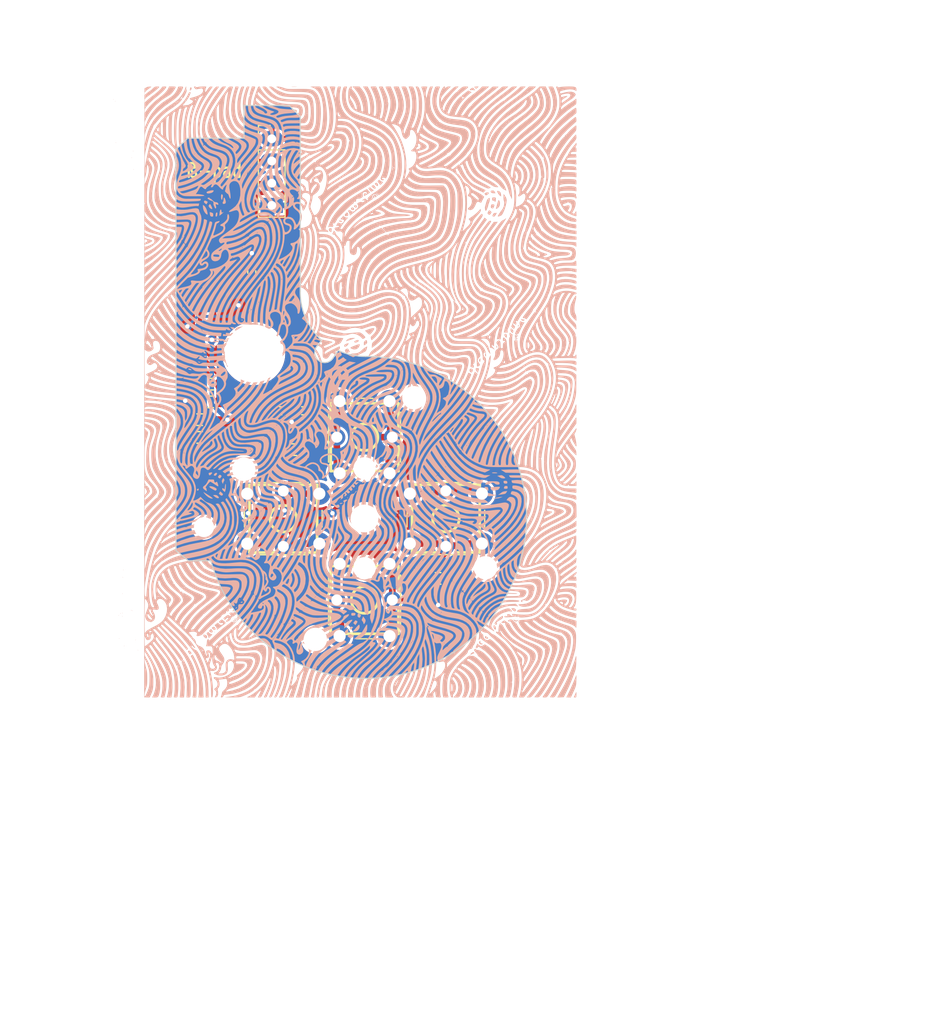
<source format=kicad_pcb>
(kicad_pcb (version 20221018) (generator pcbnew)
  (layers (0 "F.Cu" signal) (31 "B.Cu" signal) (34 "B.Paste" user) (35 "F.Paste" user) (36 "B.SilkS" user "B.Silkscreen") (37 "F.SilkS" user "F.Silkscreen") (38 "B.Mask" user) (39 "F.Mask" user) (44 "Edge.Cuts" user))
  (net 0 "")
  (net 1 "GND")
  (net 2 "/C_y")
  (net 3 "/C_x")
  (net 4 "VCC")
  (net 5 "Net-(R2-Pad1)")
  (net 6 "Net-(R1-Pad1)")
  (footprint "PhobGCC_2_0_0_footprints:C_0402_1005Metric" (layer "F.Cu") (at 128.8 100.5)
    (fp_text reference "C2" hide)
    (fp_text value "100n")
    (pad "1" smd roundrect (at -0.48 0) (size 0.56 0.62) (layers "F.Cu" "F.Paste" "F.Mask") (net 2 "/C_y"))
    (pad "2" smd roundrect (at 0.48 0) (size 0.56 0.62) (layers "F.Cu" "F.Paste" "F.Mask") (net 1 "GND"))
  )
  (footprint "PhobGCC_2_0_0_footprints:MountingHole_2.0mm" (layer "F.Cu") (at 136.37 114.68 90)
    (fp_text reference "H12" hide)
    (fp_text value "MountingHole")
    (pad "" np_thru_hole circle (at 0 0 90) (size 2 2) (drill 2) (layers "F&B.Cu" "*.Mask"))
  )
  (footprint "Button_Switch_THT:SW_PUSH_6mm" (layer "F.Cu") (at 134.12 106.13 90)
    (fp_text reference "REF**" hide)
    (fp_text value "SW_PUSH_6mm")
    (pad "1" thru_hole circle (at 0 0 180) (size 2 2) (drill 1.1) (layers "*.Cu" "*.Mask"))
    (pad "1" thru_hole circle (at 6.5 0 180) (size 2 2) (drill 1.1) (layers "*.Cu" "*.Mask"))
    (pad "2" thru_hole circle (at 0 4.5 180) (size 2 2) (drill 1.1) (layers "*.Cu" "*.Mask"))
    (pad "2" thru_hole circle (at 6.5 4.5 180) (size 2 2) (drill 1.1) (layers "*.Cu" "*.Mask"))
  )
  (footprint "PhobGCC_2_0_0_footprints:C_0402_1005Metric" (layer "F.Cu") (at 130.8 100.5 180)
    (fp_text reference "C3" hide)
    (fp_text value "100n")
    (pad "1" smd roundrect (at -0.48 0 180) (size 0.56 0.62) (layers "F.Cu" "F.Paste" "F.Mask") (net 3 "/C_x"))
    (pad "2" smd roundrect (at 0.48 0 180) (size 0.56 0.62) (layers "F.Cu" "F.Paste" "F.Mask") (net 1 "GND"))
  )
  (footprint "Resistor_SMD:R_0603_1608Metric_Pad0.98x0.95mm_HandSolder" (layer "F.Cu") (at 122.5 99.7 180)
    (fp_text reference "R8" hide)
    (fp_text value "5.6k")
    (pad "1" smd roundrect (at -0.9125 0 180) (size 0.975 0.95) (layers "F.Cu" "F.Paste" "F.Mask") (net 3 "/C_x"))
    (pad "2" smd roundrect (at 0.9125 0 180) (size 0.975 0.95) (layers "F.Cu" "F.Paste" "F.Mask") (net 1 "GND"))
  )
  (footprint "Resistor_SMD:R_0603_1608Metric_Pad0.98x0.95mm_HandSolder" (layer "F.Cu") (at 122.5 98.1)
    (fp_text reference "R7" hide)
    (fp_text value "5.6k")
    (pad "1" smd roundrect (at -0.9125 0) (size 0.975 0.95) (layers "F.Cu" "F.Paste" "F.Mask") (net 4 "VCC"))
    (pad "2" smd roundrect (at 0.9125 0) (size 0.975 0.95) (layers "F.Cu" "F.Paste" "F.Mask") (net 3 "/C_x"))
  )
  (footprint "easyeda2kicad:SW-TH_L6.2-W6.2-P5.00" (layer "F.Cu") (at 143.7 110.21 90)
    (fp_text reference "SW3" hide)
    (fp_text value "C_down")
    (pad "1" thru_hole circle (at -2.5 0 90) (size 1.52 1.52) (drill 0.999998) (layers "*.Cu" "*.Paste" "*.Mask") (net 6 "Net-(R1-Pad1)"))
    (pad "2" thru_hole circle (at 2.5 0 90) (size 1.52 1.52) (drill 0.999998) (layers "*.Cu" "*.Paste" "*.Mask") (net 2 "/C_y"))
  )
  (footprint "easyeda2kicad:SW-TH_L6.2-W6.2-P5.00" (layer "F.Cu") (at 136.37 102.88)
    (fp_text reference "SW4" hide)
    (fp_text value "C_right")
    (pad "1" thru_hole circle (at -2.5 0) (size 1.52 1.52) (drill 0.999998) (layers "*.Cu" "*.Paste" "*.Mask") (net 5 "Net-(R2-Pad1)"))
    (pad "2" thru_hole circle (at 2.5 0) (size 1.52 1.52) (drill 0.999998) (layers "*.Cu" "*.Paste" "*.Mask") (net 3 "/C_x"))
  )
  (footprint "easyeda2kicad:SW-TH_L6.2-W6.2-P5.00" (layer "F.Cu") (at 136.37 117.54 180)
    (fp_text reference "SW1" hide)
    (fp_text value "C_left")
    (pad "1" thru_hole circle (at -2.5 0 180) (size 1.52 1.52) (drill 0.999998) (layers "*.Cu" "*.Paste" "*.Mask") (net 6 "Net-(R1-Pad1)"))
    (pad "2" thru_hole circle (at 2.5 0 180) (size 1.52 1.52) (drill 0.999998) (layers "*.Cu" "*.Paste" "*.Mask") (net 3 "/C_x"))
  )
  (footprint "Resistor_SMD:R_0603_1608Metric_Pad0.98x0.95mm_HandSolder" (layer "F.Cu") (at 143 115.6)
    (fp_text reference "R1" hide)
    (fp_text value "1.1k")
    (pad "1" smd roundrect (at -0.9125 0) (size 0.975 0.95) (layers "F.Cu" "F.Paste" "F.Mask") (net 6 "Net-(R1-Pad1)"))
    (pad "2" smd roundrect (at 0.9125 0) (size 0.975 0.95) (layers "F.Cu" "F.Paste" "F.Mask") (net 1 "GND"))
  )
  (footprint "MountingHole:MountingHole_2.1mm" (layer "F.Cu") (at 131.93 121.09)
    (fp_text reference "H4" hide)
    (fp_text value "MountingHole")
    (pad "" np_thru_hole circle (at 0 0) (size 2.1 2.1) (drill 2.1) (layers "*.Cu" "*.Mask"))
  )
  (footprint "Button_Switch_THT:SW_PUSH_6mm" (layer "F.Cu") (at 138.62 114.29 -90)
    (fp_text reference "REF**" hide)
    (fp_text value "SW_PUSH_6mm")
    (pad "1" thru_hole circle (at 0 0) (size 2 2) (drill 1.1) (layers "*.Cu" "*.Mask"))
    (pad "1" thru_hole circle (at 6.5 0) (size 2 2) (drill 1.1) (layers "*.Cu" "*.Mask"))
    (pad "2" thru_hole circle (at 0 4.5) (size 2 2) (drill 1.1) (layers "*.Cu" "*.Mask"))
    (pad "2" thru_hole circle (at 6.5 4.5) (size 2 2) (drill 1.1) (layers "*.Cu" "*.Mask"))
  )
  (footprint "PhobGCC_2_0_0_footprints:C_0402_1005Metric" (layer "F.Cu") (at 126.2 88 90)
    (fp_text reference "C1" hide)
    (fp_text value "100n")
    (pad "1" smd roundrect (at -0.48 0 90) (size 0.56 0.62) (layers "F.Cu" "F.Paste" "F.Mask") (net 4 "VCC"))
    (pad "2" smd roundrect (at 0.48 0 90) (size 0.56 0.62) (layers "F.Cu" "F.Paste" "F.Mask") (net 1 "GND"))
  )
  (footprint "MountingHole:MountingHole_2.5mm" (layer "F.Cu") (at 136.36 110.2)
    (fp_text reference "H5" hide)
    (fp_text value "MountingHole")
    (pad "" np_thru_hole circle (at 0 0) (size 2.5 2.5) (drill 2.5) (layers "*.Cu" "*.Mask"))
  )
  (footprint "easyeda2kicad:SW-TH_L6.2-W6.2-P5.00" (layer "F.Cu") (at 129.04 110.22 -90)
    (fp_text reference "SW2" hide)
    (fp_text value "C_up")
    (pad "1" thru_hole circle (at -2.5 0 270) (size 1.52 1.52) (drill 0.999998) (layers "*.Cu" "*.Paste" "*.Mask") (net 5 "Net-(R2-Pad1)"))
    (pad "2" thru_hole circle (at 2.5 0 270) (size 1.52 1.52) (drill 0.999998) (layers "*.Cu" "*.Paste" "*.Mask") (net 2 "/C_y"))
  )
  (footprint "Button_Switch_THT:SW_PUSH_6mm" (layer "F.Cu") (at 146.95 112.46 180)
    (fp_text reference "REF**" hide)
    (fp_text value "SW_PUSH_6mm")
    (pad "1" thru_hole circle (at 0 0 270) (size 2 2) (drill 1.1) (layers "*.Cu" "*.Mask"))
    (pad "1" thru_hole circle (at 6.5 0 270) (size 2 2) (drill 1.1) (layers "*.Cu" "*.Mask"))
    (pad "2" thru_hole circle (at 0 4.5 270) (size 2 2) (drill 1.1) (layers "*.Cu" "*.Mask"))
    (pad "2" thru_hole circle (at 6.5 4.5 270) (size 2 2) (drill 1.1) (layers "*.Cu" "*.Mask"))
  )
  (footprint "Resistor_SMD:R_0603_1608Metric_Pad0.98x0.95mm_HandSolder" (layer "F.Cu") (at 121.5 101.3 180)
    (fp_text reference "R6" hide)
    (fp_text value "5.6k")
    (pad "1" smd roundrect (at -0.9125 0 180) (size 0.975 0.95) (layers "F.Cu" "F.Paste" "F.Mask") (net 2 "/C_y"))
    (pad "2" smd roundrect (at 0.9125 0 180) (size 0.975 0.95) (layers "F.Cu" "F.Paste" "F.Mask") (net 1 "GND"))
  )
  (footprint "Button_Switch_THT:SW_PUSH_6mm" (layer "F.Cu") (at 125.79 107.97)
    (fp_text reference "REF**" hide)
    (fp_text value "SW_PUSH_6mm")
    (pad "1" thru_hole circle (at 0 0 90) (size 2 2) (drill 1.1) (layers "*.Cu" "*.Mask"))
    (pad "1" thru_hole circle (at 6.5 0 90) (size 2 2) (drill 1.1) (layers "*.Cu" "*.Mask"))
    (pad "2" thru_hole circle (at 0 4.5 90) (size 2 2) (drill 1.1) (layers "*.Cu" "*.Mask"))
    (pad "2" thru_hole circle (at 6.5 4.5 90) (size 2 2) (drill 1.1) (layers "*.Cu" "*.Mask"))
  )
  (footprint "Resistor_SMD:R_0603_1608Metric_Pad0.98x0.95mm_HandSolder" (layer "F.Cu") (at 130 104 180)
    (fp_text reference "R2" hide)
    (fp_text value "1.1k")
    (pad "1" smd roundrect (at -0.9125 0 180) (size 0.975 0.95) (layers "F.Cu" "F.Paste" "F.Mask") (net 5 "Net-(R2-Pad1)"))
    (pad "2" smd roundrect (at 0.9125 0 180) (size 0.975 0.95) (layers "F.Cu" "F.Paste" "F.Mask") (net 4 "VCC"))
  )
  (footprint "MountingHole:MountingHole_2.1mm" (layer "F.Cu") (at 147.27 114.64)
    (fp_text reference "H3" hide)
    (fp_text value "MountingHole")
    (pad "" np_thru_hole circle (at 0 0) (size 2.1 2.1) (drill 2.1) (layers "*.Cu" "*.Mask"))
  )
  (footprint "MountingHole:MountingHole_2.1mm" (layer "F.Cu") (at 125.48 105.77)
    (fp_text reference "H1" hide)
    (fp_text value "MountingHole")
    (pad "" np_thru_hole circle (at 0 0) (size 2.1 2.1) (drill 2.1) (layers "*.Cu" "*.Mask"))
  )
  (footprint "PhobGCC_2_0_0_footprints:MountingHole_1.8mm" (layer "F.Cu") (at 121.89 110.98 90)
    (fp_text reference "H10" hide)
    (fp_text value "MountingHole")
    (pad "" np_thru_hole circle (at 0 0 90) (size 1.8 1.8) (drill 1.8) (layers "F&B.Cu" "*.Mask"))
  )
  (footprint "PhobGCC_2_0_0_footprints:MountingHole_2.0mm" (layer "F.Cu") (at 136.37 105.68 90)
    (fp_text reference "H13" hide)
    (fp_text value "MountingHole")
    (pad "" np_thru_hole circle (at 0 0 90) (size 2 2) (drill 2) (layers "F&B.Cu" "*.Mask"))
  )
  (footprint "MountingHole:MountingHole_2.1mm" (layer "F.Cu") (at 140.82 99.32)
    (fp_text reference "H2" hide)
    (fp_text value "MountingHole")
    (pad "" np_thru_hole circle (at 0 0) (size 2.1 2.1) (drill 2.1) (layers "*.Cu" "*.Mask"))
  )
  (footprint "PhobGCC_2_0_0_footprints:MountingHole_5.2mm" (layer "F.Cu") (at 126.37 95.34 90)
    (fp_text reference "H11" hide)
    (fp_text value "MountingHole")
    (pad "" np_thru_hole circle (at 0 0 90) (size 5.2 5.2) (drill 5.2) (layers "F&B.Cu" "*.Mask"))
  )
  (footprint "Connector_PinHeader_2.00mm:PinHeader_1x04_P2.00mm_Vertical" (layer "F.Cu") (at 128 76)
    (fp_text reference "J1" hide)
    (fp_text value "Conn_01x04")
    (pad "1" thru_hole oval (at 0 0) (size 2 1.35) (drill 0.8) (layers "*.Cu" "*.Mask") (net 4 "VCC"))
    (pad "2" thru_hole oval (at 0 2) (size 2 1.35) (drill 0.8) (layers "*.Cu" "*.Mask") (net 3 "/C_x"))
    (pad "3" thru_hole oval (at 0 4) (size 2 1.35) (drill 0.8) (layers "*.Cu" "*.Mask") (net 2 "/C_y"))
    (pad "4" thru_hole rect (at 0 6) (size 2 1.35) (drill 0.8) (layers "*.Cu" "*.Mask") (net 1 "GND"))
  )
  (footprint "Resistor_SMD:R_0603_1608Metric_Pad0.98x0.95mm_HandSolder" (layer "F.Cu") (at 121.5 102.9)
    (fp_text reference "R5" hide)
    (fp_text value "5.6k")
    (pad "1" smd roundrect (at -0.9125 0) (size 0.975 0.95) (layers "F.Cu" "F.Paste" "F.Mask") (net 4 "VCC"))
    (pad "2" smd roundrect (at 0.9125 0) (size 0.975 0.95) (layers "F.Cu" "F.Paste" "F.Mask") (net 2 "/C_y"))
  )
  (footprint "LOGO" (layer "B.Cu") (at 134.112 98.806 90)
    (fp_text reference "G***" (at 0 0 90) (layer "B.SilkS") (effects (font (size 1.5 1.5) (thickness 0.3)) (justify mirror)))
    (fp_text value "LOGO" hide)
  )
  (gr_arc (start 136.4732 95.606117) (mid 148.023637 118.872944) (end 122.507528 114.006117) (stroke (width 0.1)) (layer "Edge.Cuts"))
  (gr_line (start 132.492083 94.141342) (end 132.025578 94.761017) (stroke (width 0.1)) (layer "Edge.Cuts"))
  (gr_arc (start 133.523763 95.758735) (mid 132.275846 96.008917) (end 132.025578 94.761017) (stroke (width 0.1)) (layer "Edge.Cuts"))
  (gr_line (start 120.4214 75.946) (end 125.5 75.946) (stroke (width 0.1)) (layer "Edge.Cuts"))
  (gr_line (start 119.3672 93.842952) (end 119.367157 94.464952) (stroke (width 0.1)) (layer "Edge.Cuts"))
  (gr_line (start 130.5732 89.706117) (end 130.5732 86.506117) (stroke (width 0.1)) (layer "Edge.Cuts"))
  (gr_line (start 119.3672 93.842952) (end 119.3672 86.5874) (stroke (width 0.1)) (layer "Edge.Cuts"))
  (gr_arc (start 132.492083 94.141342) (mid 131.057512 92.129292) (end 130.5732 89.706117) (stroke (width 0.1)) (layer "Edge.Cuts"))
  (gr_line (start 133.523763 95.758735) (end 133.990269 95.058224) (stroke (width 0.1)) (layer "Edge.Cuts"))
  (gr_line (start 129.5732 73) (end 125.5 73) (stroke (width 0.1)) (layer "Edge.Cuts"))
  (gr_line (start 130.5732 86.506117) (end 130.5732 75.278235) (stroke (width 0.1)) (layer "Edge.Cuts"))
  (gr_line (start 119.3546 76.962) (end 120.4214 75.946) (stroke (width 0.1)) (layer "Edge.Cuts"))
  (gr_line (start 119.367157 103.765952) (end 119.364307 113.086952) (stroke (width 0.1)) (layer "Edge.Cuts"))
  (gr_line (start 130.5732 74) (end 129.5732 73) (stroke (width 0.1)) (layer "Edge.Cuts"))
  (gr_line (start 119.364307 113.086952) (end 120.4732 114.006117) (stroke (width 0.1)) (layer "Edge.Cuts"))
  (gr_line (start 119.367157 94.464952) (end 119.367157 103.765952) (stroke (width 0.1)) (layer "Edge.Cuts"))
  (gr_line (start 119.3672 86.5874) (end 119.3546 76.962) (stroke (width 0.1)) (layer "Edge.Cuts"))
  (gr_line (start 125.5 73) (end 125.5 75.946) (stroke (width 0.1)) (layer "Edge.Cuts"))
  (gr_line (start 130.5732 75.278235) (end 130.5732 74) (stroke (width 0.1)) (layer "Edge.Cuts"))
  (gr_arc (start 136.4732 95.606117) (mid 135.201851 95.467595) (end 133.990269 95.058224) (stroke (width 0.1)) (layer "Edge.Cuts"))
  (gr_line (start 120.4732 114.006117) (end 122.507528 114.006117) (stroke (width 0.1)) (layer "Edge.Cuts"))
  (gr_text "ß-pad" (at 122.809 78.867) (layer "F.SilkS") (effects (font (size 1.25 1) (thickness 0.2))))
  (segment (start 129.8 100.5) (end 129.8 101.5) (width 0.6) (layer "F.Cu") (net 1))
  (segment (start 120.3 99.7) (end 121.4 99.7) (width 0.6) (layer "F.Cu") (net 1))
  (segment (start 120.5875 99.9875) (end 120.5875 101.3) (width 0.6) (layer "F.Cu") (net 1))
  (segment (start 129.8 100.5) (end 130.32 100.5) (width 0.6) (layer "F.Cu") (net 1))
  (segment (start 126.2 87.52) (end 126.2 86.3) (width 0.4) (layer "F.Cu") (net 1))
  (segment (start 120.2 99.6) (end 120.3 99.7) (width 0.6) (layer "F.Cu") (net 1))
  (segment (start 121.4875 99.7) (end 121.4 99.7) (width 0.25) (layer "F.Cu") (net 1))
  (segment (start 120.2 99.6) (end 120.5875 99.9875) (width 0.6) (layer "F.Cu") (net 1))
  (segment (start 143.9125 115.6) (end 143.9125 117.0875) (width 0.6) (layer "F.Cu") (net 1))
  (segment (start 129.28 100.5) (end 129.8 100.5) (width 0.6) (layer "F.Cu") (net 1))
  (segment (start 143.9125 117.0875) (end 143 118) (width 0.6) (layer "F.Cu") (net 1))
  (via (at 126.2 86.3) (size 0.8) (drill 0.4) (layers "F.Cu" "B.Cu") (net 1))
  (via (at 129.8 101.5) (size 0.8) (drill 0.4) (layers "F.Cu" "B.Cu") (net 1))
  (via (at 143 118) (size 0.8) (drill 0.4) (layers "F.Cu" "B.Cu") (net 1))
  (via (at 120.2 99.6) (size 0.8) (drill 0.4) (layers "F.Cu" "B.Cu") (net 1))
  (segment (start 146.686 107.696) (end 146.95 107.96) (width 0.6) (layer "F.Cu") (net 2))
  (segment (start 143.714 107.696) (end 146.686 107.696) (width 0.6) (layer "F.Cu") (net 2))
  (segment (start 128.32 100.5) (end 128 100.5) (width 0.6) (layer "F.Cu") (net 2))
  (segment (start 123 102.9) (end 122.4125 102.9) (width 0.6) (layer "F.Cu") (net 2))
  (segment (start 143.587 107.823) (end 143.7 107.71) (width 0.6) (layer "F.Cu") (net 2))
  (segment (start 124 101.9) (end 123 102.9) (width 0.6) (layer "F.Cu") (net 2))
  (segment (start 142.113 107.95) (end 142.24 107.823) (width 0.6) (layer "F.Cu") (net 2))
  (segment (start 122.8 83) (end 125.8 80) (width 0.4) (layer "F.Cu") (net 2))
  (segment (start 127.4 110.128) (end 127.4 103.1) (width 0.6) (layer "F.Cu") (net 2))
  (segment (start 142.24 107.823) (end 143.587 107.823) (width 0.6) (layer "F.Cu") (net 2))
  (segment (start 122.8 93.9) (end 122.8 83) (width 0.4) (layer "F.Cu") (net 2))
  (segment (start 129.04 111.768) (end 127.4 110.128) (width 0.6) (layer "F.Cu") (net 2))
  (segment (start 125.8 80) (end 128 80) (width 0.4) (layer "F.Cu") (net 2))
  (segment (start 125.6 101.3) (end 124 101.3) (width 0.6) (layer "F.Cu") (net 2))
  (segment (start 133.477 109.728) (end 135.255 107.95) (width 0.6) (layer "F.Cu") (net 2))
  (segment (start 127.4 103.1) (end 126.4 102.1) (width 0.6) (layer "F.Cu") (net 2))
  (segment (start 122.6 94.1) (end 122.8 93.9) (width 0.4) (layer "F.Cu") (net 2))
  (segment (start 129.29 112.47) (end 132.29 112.47) (width 0.6) (layer "F.Cu") (net 2))
  (segment (start 135.255 107.95) (end 142.113 107.95) (width 0.6) (layer "F.Cu") (net 2))
  (segment (start 129.04 112.72) (end 129.29 112.47) (width 0.6) (layer "F.Cu") (net 2))
  (segment (start 124 101.3) (end 124 101.9) (width 0.6) (layer "F.Cu") (net 2))
  (segment (start 124 101.3) (end 122.4125 101.3) (width 0.6) (layer "F.Cu") (net 2))
  (segment (start 128 100.5) (end 126.4 102.1) (width 0.6) (layer "F.Cu") (net 2))
  (segment (start 143.7 107.71) (end 143.59 107.6) (width 0.6) (layer "F.Cu") (net 2))
  (segment (start 129.04 112.72) (end 129.04 111.768) (width 0.6) (layer "F.Cu") (net 2))
  (segment (start 129.04 112.72) (end 128.79 112.47) (width 0.6) (layer "F.Cu") (net 2))
  (segment (start 143.7 107.71) (end 143.714 107.696) (width 0.6) (layer "F.Cu") (net 2))
  (segment (start 126.4 102.1) (end 125.6 101.3) (width 0.6) (layer "F.Cu") (net 2))
  (segment (start 128.79 112.47) (end 125.79 112.47) (width 0.6) (layer "F.Cu") (net 2))
  (via (at 133.477 109.728) (size 0.8) (drill 0.4) (layers "F.Cu" "B.Cu") (net 2))
  (via (at 122.6 94.1) (size 0.8) (drill 0.4) (layers "F.Cu" "B.Cu") (net 2))
  (via (at 124 101.3) (size 0.8) (drill 0.4) (layers "F.Cu" "B.Cu") (net 2))
  (segment (start 122.6 99.9) (end 122.6 94.1) (width 0.4) (layer "B.Cu") (net 2))
  (segment (start 133.477 109.728) (end 132.032 109.728) (width 0.6) (layer "B.Cu") (net 2))
  (segment (start 124 101.3) (end 122.6 99.9) (width 0.4) (layer "B.Cu") (net 2))
  (segment (start 132.032 109.728) (end 129.04 112.72) (width 0.6) (layer "B.Cu") (net 2))
  (segment (start 123.8 99.7) (end 123.4125 99.7) (width 0.6) (layer "F.Cu") (net 3))
  (segment (start 138.87 102.88) (end 138.684 102.694) (width 0.6) (layer "F.Cu") (net 3))
  (segment (start 133.87 117.54) (end 133.87 114.54) (width 0.6) (layer "F.Cu") (net 3))
  (segment (start 124.831 98.669) (end 123.8 99.7) (width 0.6) (layer "F.Cu") (net 3))
  (segment (start 133.87 114.54) (end 134.12 114.29) (width 0.6) (layer "F.Cu") (net 3))
  (segment (start 123.3125 97.3125) (end 123.3125 98.1) (width 0.4) (layer "F.Cu") (net 3))
  (segment (start 134.239 119.241) (end 134.239 120.671) (width 0.6) (layer "F.Cu") (net 3))
  (segment (start 138.87 102.88) (end 138.62 102.63) (width 0.6) (layer "F.Cu") (net 3))
  (segment (start 123.4125 98.1) (end 123.3125 98.2) (width 0.6) (layer "F.Cu") (net 3))
  (segment (start 138.684 99.694) (end 138.62 99.63) (width 0.6) (layer "F.Cu") (net 3))
  (segment (start 134.874 97.917) (end 131.318 97.917) (width 0.6) (layer "F.Cu") (net 3))
  (segment (start 136.271 99.314) (end 134.874 97.917) (width 0.6) (layer "F.Cu") (net 3))
  (segment (start 138.87 102.88) (end 137.678 102.88) (width 0.6) (layer "F.Cu") (net 3))
  (segment (start 131.318 97.917) (end 130.175 97.917) (width 0.6) (layer "F.Cu") (net 3))
  (segment (start 121.53 82.27) (end 121.53 95.53) (width 0.4) (layer "F.Cu") (net 3))
  (segment (start 136.271 101.473) (end 136.271 99.314) (width 0.6) (layer "F.Cu") (net 3))
  (segment (start 131.28 100.5) (end 131.28 97.955) (width 0.6) (layer "F.Cu") (net 3))
  (segment (start 121.53 95.53) (end 123.3125 97.3125) (width 0.4) (layer "F.Cu") (net 3))
  (segment (start 130.175 97.917) (end 129.423 98.669) (width 0.6) (layer "F.Cu") (net 3))
  (segment (start 138.87 102.88) (end 138.87 104.208) (width 0.6) (layer "F.Cu") (net 3))
  (segment (start 131.28 97.955) (end 131.318 97.917) (width 0.6) (layer "F.Cu") (net 3))
  (segment (start 125.8 78) (end 121.53 82.27) (width 0.4) (layer "F.Cu") (net 3))
  (segment (start 133.87 118.872) (end 133.87 117.54) (width 0.6) (layer "F.Cu") (net 3))
  (segment (start 138.684 102.694) (end 138.684 99.694) (width 0.6) (layer "F.Cu") (net 3))
  (segment (start 133.87 118.872) (end 134.239 119.241) (width 0.6) (layer "F.Cu") (net 3))
  (segment (start 138.557 104.521) (end 138.557 106.067) (width 0.6) (layer "F.Cu") (net 3))
  (segment (start 123.3125 98.2) (end 123.3125 99.7) (width 0.6) (layer "F.Cu") (net 3))
  (segment (start 134.239 120.671) (end 134.12 120.79) (width 0.6) (layer "F.Cu") (net 3))
  (segment (start 137.678 102.88) (end 136.271 101.473) (width 0.6) (layer "F.Cu") (net 3))
  (segment (start 138.87 104.208) (end 138.557 104.521) (width 0.6) (layer "F.Cu") (net 3))
  (segment (start 138.557 106.067) (end 138.62 106.13) (width 0.6) (layer "F.Cu") (net 3))
  (segment (start 127.1888 77.9924) (end 128.016 77.9924) (width 0.25) (layer "F.Cu") (net 3))
  (segment (start 128 78) (end 125.8 78) (width 0.4) (layer "F.Cu") (net 3))
  (segment (start 129.423 98.669) (end 124.831 98.669) (width 0.6) (layer "F.Cu") (net 3))
  (segment (start 139.8 111.500281) (end 139.8 103.81) (width 0.6) (layer "B.Cu") (net 3))
  (segment (start 133.87 113.594491) (end 134.664491 112.8) (width 0.6) (layer "B.Cu") (net 3))
  (segment (start 134.664491 112.8) (end 138.500281 112.8) (width 0.6) (layer "B.Cu") (net 3))
  (segment (start 139.8 103.81) (end 138.87 102.88) (width 0.6) (layer "B.Cu") (net 3))
  (segment (start 138.500281 112.8) (end 139.8 111.500281) (width 0.6) (layer "B.Cu") (net 3))
  (segment (start 133.87 117.54) (end 133.87 113.594491) (width 0.6) (layer "B.Cu") (net 3))
  (via (at 120.4 92.9) (size 0.8) (drill 0.4) (layers "F.Cu" "B.Cu") (net 4))
  (via (at 125 91) (size 0.8) (drill 0.4) (layers "F.Cu" "B.Cu") (net 4))
  (segment (start 121.3 92) (end 120.4 92.9) (width 0.25) (layer "B.Cu") (net 4))
  (segment (start 125 91) (end 124 92) (width 0.25) (layer "B.Cu") (net 4))
  (segment (start 124 92) (end 121.3 92) (width 0.25) (layer "B.Cu") (net 4))
  (segment (start 127.8172 75.9924) (end 128.016 75.9924) (width 0.3) (layer "B.Cu") (net 4))
  (segment (start 125.857 108.037) (end 125.79 107.97) (width 0.6) (layer "F.Cu") (net 5))
  (segment (start 133.87 101.334) (end 134.112 101.092) (width 0.6) (layer "F.Cu") (net 5))
  (segment (start 134.112 101.092) (end 134.112 99.638) (width 0.6) (layer "F.Cu") (net 5))
  (segment (start 125.857 109.728) (end 125.857 108.037) (width 0.6) (layer "F.Cu") (net 5))
  (segment (start 133.87 105.88) (end 134.12 106.13) (width 0.6) (layer "F.Cu") (net 5))
  (segment (start 129.04 107.72) (end 129.29 107.97) (width 0.6) (layer "F.Cu") (net 5))
  (segment (start 130.9125 105.8475) (end 129.04 107.72) (width 0.6) (layer "F.Cu") (net 5))
  (segment (start 129.04 107.72) (end 129.04 109.355) (width 0.6) (layer "F.Cu") (net 5))
  (segment (start 132.0325 102.88) (end 130.9125 104) (width 0.6) (layer "F.Cu") (net 5))
  (segment (start 130.9125 104) (end 130.9125 105.8475) (width 0.6) (layer "F.Cu") (net 5))
  (segment (start 134.112 99.638) (end 134.12 99.63) (width 0.6) (layer "F.Cu") (net 5))
  (segment (start 129.04 109.355) (end 129.159 109.474) (width 0.6) (layer "F.Cu") (net 5))
  (segment (start 133.87 102.88) (end 133.87 101.334) (width 0.6) (layer "F.Cu") (net 5))
  (segment (start 133.87 102.88) (end 133.87 105.88) (width 0.6) (layer "F.Cu") (net 5))
  (segment (start 133.87 102.88) (end 132.0325 102.88) (width 0.6) (layer "F.Cu") (net 5))
  (segment (start 129.29 107.97) (end 132.29 107.97) (width 0.6) (layer "F.Cu") (net 5))
  (via (at 129.159 109.474) (size 0.8) (drill 0.4) (layers "F.Cu" "B.Cu") (net 5))
  (via (at 125.857 109.728) (size 0.8) (drill 0.4) (layers "F.Cu" "B.Cu") (net 5))
  (segment (start 128.905 109.728) (end 125.857 109.728) (width 0.6) (layer "B.Cu") (net 5))
  (segment (start 129.159 109.474) (end 128.905 109.728) (width 0.6) (layer "B.Cu") (net 5))
  (segment (start 140.1475 117.54) (end 142.0875 115.6) (width 0.6) (layer "F.Cu") (net 6))
  (segment (start 138.87 117.54) (end 138.87 114.54) (width 0.6) (layer "F.Cu") (net 6))
  (segment (start 143.7 112.71) (end 143.45 112.46) (width 0.6) (layer "F.Cu") (net 6))
  (segment (start 138.87 114.54) (end 138.62 114.29) (width 0.6) (layer "F.Cu") (net 6))
  (segment (start 138.87 120.54) (end 138.62 120.79) (width 0.6) (layer "F.Cu") (net 6))
  (segment (start 143.761 112.649) (end 145.034 112.649) (width 0.6) (layer "F.Cu") (net 6))
  (segment (start 145.223 112.46) (end 146.95 112.46) (width 0.6) (layer "F.Cu") (net 6))
  (segment (start 143.7 112.71) (end 143.761 112.649) (width 0.6) (layer "F.Cu") (net 6))
  (segment (start 138.87 117.54) (end 140.1475 117.54) (width 0.6) (layer "F.Cu") (net 6))
  (segment (start 143.45 112.46) (end 140.45 112.46) (width 0.6) (layer "F.Cu") (net 6))
  (segment (start 138.87 117.54) (end 138.87 120.54) (width 0.6) (layer "F.Cu") (net 6))
  (segment (start 145.034 112.649) (end 145.223 112.46) (width 0.6) (layer "F.Cu") (net 6))
  (segment (start 142.0875 115.6) (end 142.0875 114.8335) (width 0.6) (layer "F.Cu") (net 6))
  (segment (start 143.7 113.221) (end 143.7 112.71) (width 0.6) (layer "F.Cu") (net 6))
  (segment (start 142.0875 114.8335) (end 143.7 113.221) (width 0.6) (layer "F.Cu") (net 6))
  (zone (net 4) (net_name "VCC") (layer "F.Cu") (connect_pads (clearance 0.25)) (min_thickness 0.254) (fill yes (thermal_gap 0.508) (thermal_bridge_width 0.508))
    (polygon (pts (xy 188 155.75) (xy 103.5 155.75) (xy 103.5 63.5) (xy 188 63.5)))
  )
  (zone (net 1) (net_name "GND") (layer "B.Cu") (connect_pads (clearance 0.25)) (min_thickness 0.254) (fill yes (thermal_gap 0.508) (thermal_bridge_width 0.508))
    (polygon (pts (xy 130.81 86.614) (xy 136.2964 92.1004) (xy 152.4 92.1004) (xy 152.4 127) (xy 118.5672 127) (xy 118.5672 69.0572) (xy 130.81 69.0572)))
  )
)
</source>
